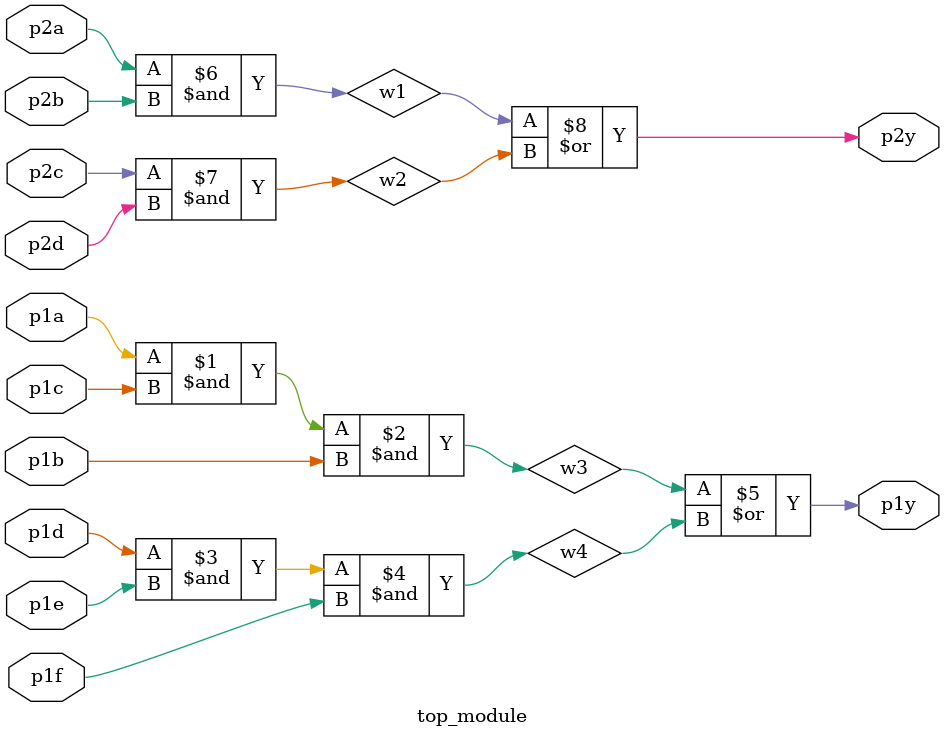
<source format=v>
module top_module ( 
    input p1a, p1b, p1c, p1d, p1e, p1f,
    output p1y,
    input p2a, p2b, p2c, p2d,
    output p2y );
wire w1,w2,w3,w4;
     assign w3 = p1a & p1c & p1b;
    assign w4 =  p1d & p1e & p1f;
    assign p1y = w3 | w4;
    assign  w1 = p2a & p2b;
    assign w2 = p2c & p2d;
    assign p2y = w1 | w2;
   

endmodule

</source>
